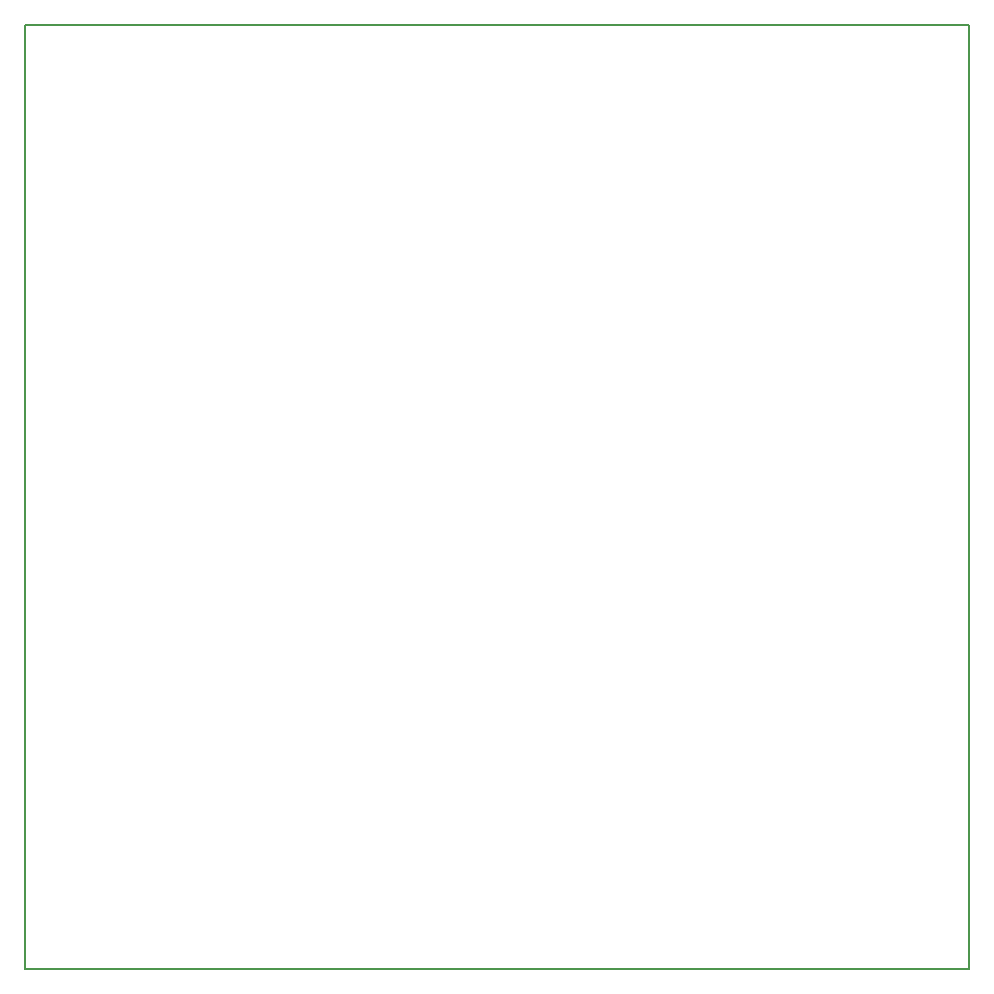
<source format=gbr>
G04 #@! TF.GenerationSoftware,KiCad,Pcbnew,(5.0.1)-4*
G04 #@! TF.CreationDate,2020-08-29T23:34:48+08:00*
G04 #@! TF.ProjectId,remote-monitor,72656D6F74652D6D6F6E69746F722E6B,rev?*
G04 #@! TF.SameCoordinates,Original*
G04 #@! TF.FileFunction,Profile,NP*
%FSLAX46Y46*%
G04 Gerber Fmt 4.6, Leading zero omitted, Abs format (unit mm)*
G04 Created by KiCad (PCBNEW (5.0.1)-4) date 29/08/2020 11:34:48 PM*
%MOMM*%
%LPD*%
G01*
G04 APERTURE LIST*
%ADD10C,0.150000*%
G04 APERTURE END LIST*
D10*
X95000000Y-125000000D02*
X95000000Y-45000000D01*
X175000000Y-125000000D02*
X95000000Y-125000000D01*
X175000000Y-45000000D02*
X175000000Y-125000000D01*
X95000000Y-45000000D02*
X175000000Y-45000000D01*
M02*

</source>
